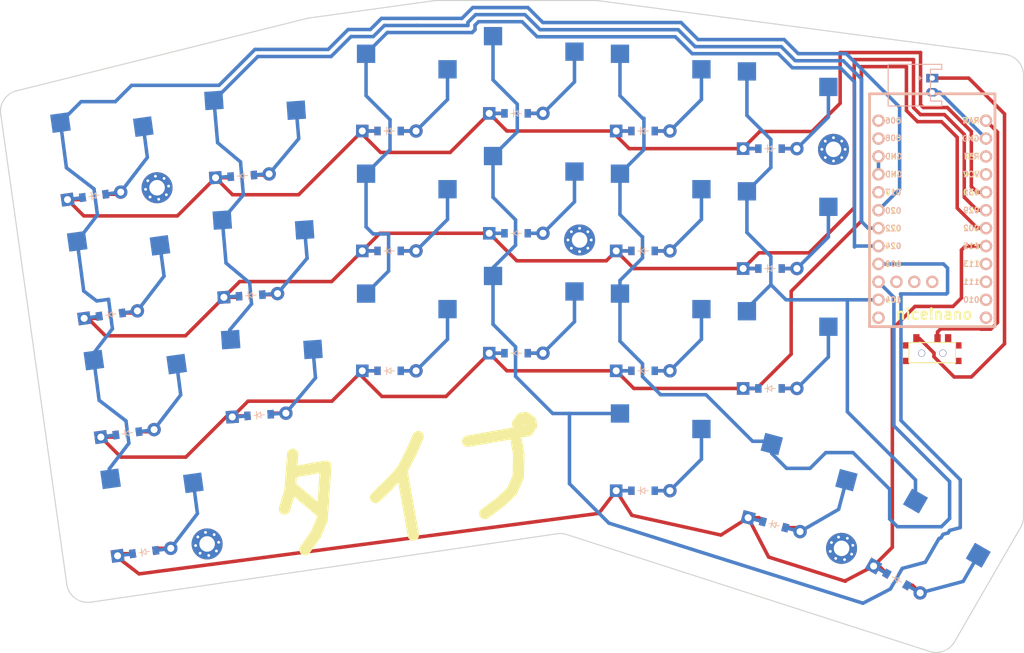
<source format=kicad_pcb>
(kicad_pcb (version 20241229) (generator "pcbnew") (generator_version "9.0")
  (title_block (title "left_pcb") (rev "v1.0.0") (company "Unknown"))
  (layers (0 "F.Cu" signal) (2 "B.Cu" signal) (13 "F.Paste" user) (15 "B.Paste" user) (5 "F.SilkS" user "F.Silkscreen") (7 "B.SilkS" user "B.Silkscreen") (1 "F.Mask" user) (3 "B.Mask" user) (25 "Edge.Cuts" user))
  (net 0 "")
  (net 1 "P020")
  (net 2 "outer_mod")
  (net 3 "outer_bottom")
  (net 4 "outer_home")
  (net 5 "outer_top")
  (net 6 "P022")
  (net 7 "pinky_bottom")
  (net 8 "pinky_home")
  (net 9 "pinky_top")
  (net 10 "P024")
  (net 11 "ring_bottom")
  (net 12 "ring_home")
  (net 13 "ring_top")
  (net 14 "P100")
  (net 15 "middle_bottom")
  (net 16 "middle_home")
  (net 17 "middle_top")
  (net 18 "index_mod")
  (net 19 "P011")
  (net 20 "index_bottom")
  (net 21 "index_home")
  (net 22 "index_top")
  (net 23 "P104")
  (net 24 "inner_bottom")
  (net 25 "inner_home")
  (net 26 "inner_top")
  (net 27 "layer_cluster")
  (net 28 "space_cluster")
  (net 29 "P115")
  (net 30 "P002")
  (net 31 "P029")
  (net 32 "P031")
  (net 33 "RAW")
  (net 34 "GND")
  (net 35 "RST")
  (net 36 "VCC")
  (net 37 "P113")
  (net 38 "P111")
  (net 39 "P010")
  (net 40 "P009")
  (net 41 "P006")
  (net 42 "P008")
  (net 43 "P017")
  (net 44 "P106")
  (net 45 "P101")
  (net 46 "P102")
  (net 47 "P107")
  (net 48 "pos")
  (footprint "E73:SPDT_C128955" (layer "F.Cu") (at 199.458336 125.028054 180)
    (property "Reference" "T1" (hide yes))
    (property "Value" "" (hide yes))
  )
  (footprint "ComboDiode" (layer "F.Cu") (at 82.990121 119.558831 8)
    (property "Reference" "D3" (hide yes))
    (property "Value" "" (hide yes))
  )
  (footprint "PG1350" (layer "F.Cu") (at 122.458333 105.528058)
    (property "Reference" "S9" (hide yes))
    (property "Value" "" (hide yes))
  )
  (footprint "ComboDiode" (layer "F.Cu") (at 122.458337 127.528055)
    (property "Reference" "D8" (hide yes))
    (property "Value" "" (hide yes))
  )
  (footprint "ComboDiode" (layer "F.Cu") (at 158.458336 144.528055)
    (property "Reference" "D14" (hide yes))
    (property "Value" "" (hide yes))
  )
  (footprint "ComboDiode" (layer "F.Cu") (at 140.458335 108.028054)
    (property "Reference" "D12" (hide yes))
    (property "Value" "" (hide yes))
  )
  (footprint "PG1350" (layer "F.Cu") (at 158.458339 88.528055)
    (property "Reference" "S17" (hide yes))
    (property "Value" "" (hide yes))
  )
  (footprint "PG1350" (layer "F.Cu") (at 196.943076 152.784878 -30)
    (property "Reference" "S22" (hide yes))
    (property "Value" "" (hide yes))
  )
  (footprint "ComboDiode" (layer "F.Cu") (at 85.356064 136.39339 8)
    (property "Reference" "D2" (hide yes))
    (property "Value" "" (hide yes))
  )
  (footprint "PG1350" (layer "F.Cu") (at 140.458337 86.028056)
    (property "Reference" "S13" (hide yes))
    (property "Value" "" (hide yes))
  )
  (footprint "ComboDiode" (layer "F.Cu") (at 122.458337 110.528054)
    (property "Reference" "D9" (hide yes))
    (property "Value" "" (hide yes))
  )
  (footprint "PG1350" (layer "F.Cu") (at 176.458336 91.028054)
    (property "Reference" "S20" (hide yes))
    (property "Value" "" (hide yes))
  )
  (footprint "MountingHole_2.2mm_M2_Pad_Via" (layer "F.Cu") (at 96.648333 152.074413 8)
    (property "Reference" "_4" (hide yes))
    (property "Value" "")
  )
  (footprint "ComboDiode" (layer "F.Cu") (at 176.458334 130.028053)
    (property "Reference" "D18" (hide yes))
    (property "Value" "" (hide yes))
  )
  (footprint "JST_PH_S2B-PH-K_02x2.00mm_Angled" (layer "F.Cu") (at 199.458337 87.028057 -90)
    (property "Reference" "JST1" (hide yes))
    (property "Value" "" (hide yes))
  )
  (footprint "ComboDiode" (layer "F.Cu") (at 87.722006 153.22795 8)
    (property "Reference" "D1" (hide yes))
    (property "Value" "" (hide yes))
  )
  (footprint "ComboDiode" (layer "F.Cu") (at 176.458336 113.028055)
    (property "Reference" "D19" (hide yes))
    (property "Value" "" (hide yes))
  )
  (footprint "PG1350" (layer "F.Cu") (at 122.458336 88.528057)
    (property "Reference" "S10" (hide yes))
    (property "Value" "" (hide yes))
  )
  (footprint "ComboDiode" (layer "F.Cu") (at 140.458333 125.028055)
    (property "Reference" "D11" (hide yes))
    (property "Value" "" (hide yes))
  )
  (footprint "ComboDiode" (layer "F.Cu") (at 102.828029 116.842134 4)
    (property "Reference" "D6" (hide yes))
    (property "Value" "" (hide yes))
  )
  (footprint "PG1350" (layer "F.Cu") (at 158.458332 139.528053)
    (property "Reference" "S14" (hide yes))
    (property "Value" "" (hide yes))
  )
  (footprint "ComboDiode" (layer "F.Cu") (at 194.443076 157.115005 -30)
    (property "Reference" "D22" (hide yes))
    (property "Value" "" (hide yes))
  )
  (footprint "ComboDiode" (layer "F.Cu") (at 158.458337 93.528052)
    (property "Reference" "D17" (hide yes))
    (property "Value" "" (hide yes))
  )
  (footprint "ComboDiode" (layer "F.Cu") (at 176.458334 96.02806)
    (property "Reference" "D20" (hide yes))
    (property "Value" "" (hide yes))
  )
  (footprint "PG1350" (layer "F.Cu") (at 101.293386 94.895727 4)
    (property "Reference" "S7" (hide yes))
    (property "Value" "" (hide yes))
  )
  (footprint "nice_nano" (layer "F.Cu") (at 199.458332 106.028056 -90)
    (property "Reference" "MCU1" (hide yes))
    (property "Value" "nice_nano" (hide yes))
  )
  (footprint "MountingHole_2.2mm_M2_Pad_Via" (layer "F.Cu") (at 149.458335 108.978058)
    (property "Reference" "_3" (hide yes))
    (property "Value" "")
  )
  (footprint "PG1350" (layer "F.Cu") (at 84.660193 131.442053 8)
    (property "Reference" "S2" (hide yes))
    (property "Value" "" (hide yes))
  )
  (footprint "MountingHole_2.2mm_M2_Pad_Via" (layer "F.Cu") (at 185.458336 96.128055)
    (property "Reference" "_2" (hide yes))
    (property "Value" "")
  )
  (footprint "MountingHole_2.2mm_M2_Pad_Via" (layer "F.Cu") (at 186.598848 152.701605 -30)
    (property "Reference" "_5" (hide yes))
    (property "Value" "")
  )
  (footprint "ComboDiode" (layer "F.Cu") (at 122.458335 93.528051)
    (property "Reference" "D10" (hide yes))
    (property "Value" "" (hide yes))
  )
  (footprint "ComboDiode" (layer "F.Cu") (at 177.034828 149.340646 -15)
    (property "Reference" "D21" (hide yes))
    (property "Value" "" (hide yes))
  )
  (footprint "ComboDiode" (layer "F.Cu") (at 158.458334 127.528057)
    (property "Reference" "D15" (hide yes))
    (property "Value" "" (hide yes))
  )
  (footprint "PG1350" (layer "F.Cu") (at 140.458335 103.028049)
    (property "Reference" "S12" (hide yes))
    (property "Value" "" (hide yes))
  )
  (footprint "PG1350" (layer "F.Cu") (at 158.458332 105.528056)
    (property "Reference" "S16" (hide yes))
    (property "Value" "" (hide yes))
  )
  (footprint "PG1350" (layer "F.Cu") (at 140.458334 120.028055)
    (property "Reference" "S11" (hide yes))
    (property "Value" "" (hide yes))
  )
  (footprint "ComboDiode" (layer "F.Cu") (at 104.013888 133.80072 4)
    (property "Reference" "D5" (hide yes))
    (property "Value" "" (hide yes))
  )
  (footprint "ComboDiode" (layer "F.Cu") (at 80.624179 102.724276 8)
    (property "Reference" "D4" (hide yes))
    (property "Value" "" (hide yes))
  )
  (footprint "PG1350" (layer "F.Cu") (at 79.928312 97.772936 8)
    (property "Reference" "S4" (hide yes))
    (property "Value" "" (hide yes))
  )
  (footprint "PG1350" (layer "F.Cu") (at 178.328924 144.511019 -15)
    (property "Reference" "S21" (hide yes))
    (property "Value" "" (hide yes))
  )
  (footprint "PG1350" (layer "F.Cu") (at 87.026139 148.276605 8)
    (property "Reference" "S1" (hide yes))
    (property "Value" "" (hide yes))
  )
  (footprint "PG1350" (layer "F.Cu") (at 82.294257 114.607496 8)
    (property "Reference" "S3" (hide yes))
    (property "Value" "" (hide yes))
  )
  (footprint "PG1350" (layer "F.Cu") (at 176.458338 108.028058)
    (property "Reference" "S19" (hide yes))
    (property "Value" "" (hide yes))
  )
  (footprint "PG1350" (layer "F.Cu") (at 102.479245 111.854317 4)
    (property "Reference" "S6" (hide yes))
    (property "Value" "" (hide yes))
  )
  (footprint "ComboDiode" (layer "F.Cu") (at 101.642168 99.883547 4)
    (property "Reference" "D7" (hide yes))
    (property "Value" "" (hide yes))
  )
  (footprint "ComboDiode" (layer "F.Cu") (at 140.458335 91.028054)
    (property "Reference" "D13" (hide yes))
    (property "Value" "" (hide yes))
  )
  (footprint "PG1350" (layer "F.Cu") (at 103.665106 128.812903 4)
    (property "Reference" "S5" (hide yes))
    (property "Value" "" (hide yes))
  )
  (footprint "PG1350" (layer "F.Cu") (at 176.458333 125.028056)
    (property "Reference" "S18" (hide yes))
    (property "Value" "" (hide yes))
  )
  (footprint "PG1350" (layer "F.Cu") (at 158.458333 122.528053)
    (property "Reference" "S15" (hide yes))
    (property "Value" "" (hide yes))
  )
  (footprint "ComboDiode" (layer "F.Cu") (at 158.458337 110.528052)
    (property "Reference" "D16" (hide yes))
    (property "Value" "" (hide yes))
  )
  (footprint "MountingHole_2.2mm_M2_Pad_Via" (layer "F.Cu") (at 89.550508 101.570742 8)
    (property "Reference" "_1" (hide yes))
    (property "Value" "")
  )
  (footprint "PG1350" (layer "F.Cu") (at 122.458333 122.528058)
    (property "Reference" "S8" (hide yes))
    (property "Value" "" (hide yes))
  )
  (gr_line (start 67.385302 91.155703) (end 76.748893 157.781097) (stroke (width 0.15)) (layer "Edge.Cuts"))
  (gr_line (start 110.803578 77.56662) (end 69.63067 87.827221) (stroke (width 0.15)) (layer "Edge.Cuts"))
  (gr_arc (start 110.803576 77.566621) (mid 110.959139 77.532213) (end 111.116309 77.506114) (stroke (width 0.15)) (layer "Edge.Cuts"))
  (gr_arc (start 80.155297 160.331786) (mid 77.921553 159.764972) (end 76.748893 157.781097) (stroke (width 0.15)) (layer "Edge.Cuts"))
  (gr_arc (start 128.752969 75.056578) (mid 128.958828 75.035194) (end 129.165671 75.028056) (stroke (width 0.15)) (layer "Edge.Cuts"))
  (gr_line (start 212.402368 148.20475) (end 212.402365 85.638535) (stroke (width 0.15)) (layer "Edge.Cuts"))
  (gr_line (start 147.622834 150.742047) (end 199.096128 167.318455) (stroke (width 0.15)) (layer "Edge.Cuts"))
  (gr_line (start 202.613809 165.962878) (end 212.000448 149.704747) (stroke (width 0.15)) (layer "Edge.Cuts"))
  (gr_line (start 128.752969 75.056578) (end 111.116309 77.506114) (stroke (width 0.15)) (layer "Edge.Cuts"))
  (gr_arc (start 209.795055 82.664345) (mid 211.65826 83.660916) (end 212.402365 85.638535) (stroke (width 0.15)) (layer "Edge.Cuts"))
  (gr_arc (start 202.613809 165.962878) (mid 201.094489 167.262217) (end 199.096128 167.318455) (stroke (width 0.15)) (layer "Edge.Cuts"))
  (gr_line (start 80.155297 160.331786) (end 146.267625 150.629421) (stroke (width 0.15)) (layer "Edge.Cuts"))
  (gr_arc (start 67.385304 91.155703) (mid 67.86909 89.060467) (end 69.63067 87.827221) (stroke (width 0.15)) (layer "Edge.Cuts"))
  (gr_line (start 151.761146 75.028058) (end 129.165671 75.028056) (stroke (width 0.15)) (layer "Edge.Cuts"))
  (gr_arc (start 212.402368 148.20475) (mid 212.300147 148.981205) (end 212.000448 149.704747) (stroke (width 0.15)) (layer "Edge.Cuts"))
  (gr_arc (start 146.267625 150.629421) (mid 146.951695 150.607935) (end 147.622834 150.742047) (stroke (width 0.15)) (layer "Edge.Cuts"))
  (gr_arc (start 151.761142 75.028054) (mid 151.95791 75.034514) (end 152.15383 75.053863) (stroke (width 0.15)) (layer "Edge.Cuts"))
  (gr_line (start 209.795055 82.664345) (end 152.15383 75.053863) (stroke (width 0.15)) (layer "Edge.Cuts"))
  (gr_text "タイプ" (at 105 156.2 10) (layer "F.SilkS") (effects (font (size 13 13) (thickness 1.625)) (justify left bottom)))
  (segment (start 85.945348 87.050156) (end 98.334202 87.050157) (width 0.5) (layer "B.Cu") (net 1))
  (segment (start 82.954931 142.840306) (end 82.769666 141.433046) (width 0.5) (layer "B.Cu") (net 1))
  (segment (start 75.857101 92.294131) (end 78.786971 89.364261) (width 0.5) (layer "B.Cu") (net 1))
  (segment (start 121.367876 77.56226) (end 132.765877 77.562261) (width 0.5) (layer "B.Cu") (net 1))
  (segment (start 103.421098 81.96326) (end 113.816616 81.963261) (width 0.5) (layer "B.Cu") (net 1))
  (segment (start 75.857101 92.336636) (end 75.857101 92.294131) (width 0.5) (layer "B.Cu") (net 1))
  (segment (start 80.475207 125.141507) (end 80.588985 126.005748) (width 0.5) (layer "B.Cu") (net 1))
  (segment (start 81.339975 131.710073) (end 80.588985 126.005748) (width 0.5) (layer "B.Cu") (net 1))
  (segment (start 85.558194 137.798958) (end 85.140514 134.626327) (width 0.5) (layer "B.Cu") (net 1))
  (segment (start 81.094832 105.428607) (end 78.223043 109.17119) (width 0.5) (layer "B.Cu") (net 1))
  (segment (start 83.219279 121.565364) (end 80.475207 125.141507) (width 0.5) (layer "B.Cu") (net 1))
  (segment (start 132.765877 77.562261) (end 134.303082 76.025056) (width 0.5) (layer "B.Cu") (net 1))
  (segment (start 113.816616 81.963261) (end 116.641485 79.138391) (width 0.5) (layer "B.Cu") (net 1))
  (segment (start 78.786971 89.364261) (end 83.631244 89.364259) (width 0.5) (layer "B.Cu") (net 1))
  (segment (start 180.4605 82.562261) (end 187.260501 82.562261) (width 0.5) (layer "B.Cu") (net 1))
  (segment (start 98.334202 87.050157) (end 103.421098 81.96326) (width 0.5) (layer "B.Cu") (net 1))
  (segment (start 178.4605 80.562261) (end 180.4605 82.562261) (width 0.5) (layer "B.Cu") (net 1))
  (segment (start 79.150328 116.214593) (end 80.985982 117.623144) (width 0.5) (layer "B.Cu") (net 1))
  (segment (start 166.2605 80.56226) (end 178.4605 80.562261) (width 0.5) (layer "B.Cu") (net 1))
  (segment (start 85.140514 134.626327) (end 81.339975 131.710073) (width 0.5) (layer "B.Cu") (net 1))
  (segment (start 78.223043 109.17119) (end 79.150328 116.214593) (width 0.5) (layer "B.Cu") (net 1))
  (segment (start 144.245871 78.147633) (end 163.845872 78.147633) (width 0.5) (layer "B.Cu") (net 1))
  (segment (start 194.831244 101.765144) (end 191.838333 104.758055) (width 0.5) (layer "B.Cu") (net 1))
  (segment (start 80.985982 117.623144) (end 82.671066 117.401294) (width 0.5) (layer "B.Cu") (net 1))
  (segment (start 163.845872 78.147633) (end 166.2605 80.56226) (width 0.5) (layer "B.Cu") (net 1))
  (segment (start 187.260501 82.562261) (end 194.831244 90.133004) (width 0.5) (layer "B.Cu") (net 1))
  (segment (start 119.791747 79.138391) (end 121.367876 77.56226) (width 0.5) (layer "B.Cu") (net 1))
  (segment (start 75.857101 92.336632) (end 76.699721 98.736959) (width 0.5) (layer "B.Cu") (net 1))
  (segment (start 194.831244 90.133004) (end 194.831244 101.765144) (width 0.5) (layer "B.Cu") (net 1))
  (segment (start 82.671066 117.401294) (end 83.219279 121.565364) (width 0.5) (layer "B.Cu") (net 1))
  (segment (start 83.631244 89.364259) (end 85.945348 87.050156) (width 0.5) (layer "B.Cu") (net 1))
  (segment (start 80.608753 101.736465) (end 81.094832 105.428607) (width 0.5) (layer "B.Cu") (net 1))
  (segment (start 82.769666 141.433046) (end 85.558194 137.798958) (width 0.5) (layer "B.Cu") (net 1))
  (segment (start 116.641485 79.138391) (end 119.791747 79.138391) (width 0.5) (layer "B.Cu") (net 1))
  (segment (start 134.303082 76.025056) (end 142.123298 76.025057) (width 0.5) (layer "B.Cu") (net 1))
  (segment (start 76.699721 98.736959) (end 80.608753 101.736465) (width 0.5) (layer "B.Cu") (net 1))
  (segment (start 142.123298 76.025057) (end 144.245871 78.147633) (width 0.5) (layer "B.Cu") (net 1))
  (segment (start 89.656564 152.6977) (end 89.355948 152.998317) (width 0.5) (layer "F.Cu") (net 2))
  (segment (start 91.494926 152.697701) (end 89.656564 152.6977) (width 0.5) (layer "F.Cu") (net 2))
  (segment (start 95.273047 147.773957) (end 91.494925 152.697698) (width 0.5) (layer "B.Cu") (net 2))
  (segment (start 91.478696 152.71885) (end 91.494925 152.697698) (width 0.5) (layer "B.Cu") (net 2))
  (segment (start 89.355947 152.998316) (end 91.478696 152.71885) (width 0.5) (layer "B.Cu") (net 2))
  (segment (start 94.698708 143.411444) (end 95.273047 147.773957) (width 0.5) (layer "B.Cu") (net 2))
  (segment (start 88.828369 136.163756) (end 89.128984 135.863139) (width 0.5) (layer "F.Cu") (net 3))
  (segment (start 86.990007 136.163755) (end 88.828369 136.163756) (width 0.5) (layer "F.Cu") (net 3))
  (segment (start 89.11275 135.884289) (end 89.128982 135.863138) (width 0.5) (layer "B.Cu") (net 3))
  (segment (start 92.332764 126.576888) (end 92.907098 130.939396) (width 0.5) (layer "B.Cu") (net 3))
  (segment (start 92.907098 130.939396) (end 89.128982 135.863138) (width 0.5) (layer "B.Cu") (net 3))
  (segment (start 86.990003 136.163755) (end 89.11275 135.884289) (width 0.5) (layer "B.Cu") (net 3))
  (segment (start 86.462426 119.329197) (end 86.763041 119.028582) (width 0.5) (layer "F.Cu") (net 4))
  (segment (start 84.624063 119.329197) (end 86.462426 119.329197) (width 0.5) (layer "F.Cu") (net 4))
  (segment (start 84.624059 119.329199) (end 86.746814 119.049739) (width 0.5) (layer "B.Cu") (net 4))
  (segment (start 90.541161 114.104844) (end 86.763041 119.028582) (width 0.5) (layer "B.Cu") (net 4))
  (segment (start 89.966827 109.742332) (end 90.541161 114.104844) (width 0.5) (layer "B.Cu") (net 4))
  (segment (start 86.746814 119.049739) (end 86.763041 119.028582) (width 0.5) (layer "B.Cu") (net 4))
  (segment (start 84.096484 102.494643) (end 84.397099 102.194025) (width 0.5) (layer "F.Cu") (net 5))
  (segment (start 82.25812 102.494643) (end 84.096484 102.494643) (width 0.5) (layer "F.Cu") (net 5))
  (segment (start 88.175217 97.270287) (end 84.397096 102.194027) (width 0.5) (layer "B.Cu") (net 5))
  (segment (start 84.397096 102.194027) (end 82.274347 102.473492) (width 0.5) (layer "B.Cu") (net 5))
  (segment (start 82.274347 102.473492) (end 82.258119 102.494641) (width 0.5) (layer "B.Cu") (net 5))
  (segment (start 87.600879 92.907773) (end 88.175217 97.270287) (width 0.5) (layer "B.Cu") (net 5))
  (segment (start 126.431244 78.563259) (end 133.630244 78.563259) (width 0.5) (layer "B.Cu") (net 6))
  (segment (start 99.331243 112.251706) (end 102.680395 115.061973) (width 0.5) (layer "B.Cu") (net 6))
  (segment (start 97.611312 89.188673) (end 103.835725 82.96426) (width 0.5) (layer "B.Cu") (net 6))
  (segment (start 189.432244 86.149633) (end 189.432243 106.365261) (width 0.5) (layer "B.Cu") (net 6))
  (segment (start 114.231243 82.96426) (end 117.056114 80.139391) (width 0.5) (layer "B.Cu") (net 6))
  (segment (start 178.045872 81.563259) (end 180.045871 83.563261) (width 0.5) (layer "B.Cu") (net 6))
  (segment (start 98.136151 95.187619) (end 97.611312 89.188672) (width 0.5) (layer "B.Cu") (net 6))
  (segment (start 134.71771 77.026057) (end 141.631243 77.026057) (width 0.5) (layer "B.Cu") (net 6))
  (segment (start 102.680395 115.061973) (end 102.941857 118.050558) (width 0.5) (layer "B.Cu") (net 6))
  (segment (start 98.79717 106.147258) (end 99.331243 112.251706) (width 0.5) (layer "B.Cu") (net 6))
  (segment (start 189.432243 106.365261) (end 190.365039 107.298055) (width 0.5) (layer "B.Cu") (net 6))
  (segment (start 98.79717 106.147258) (end 101.789251 102.581439) (width 0.5) (layer "B.Cu") (net 6))
  (segment (start 120.206374 80.139391) (end 121.782505 78.56326) (width 0.5) (layer "B.Cu") (net 6))
  (segment (start 121.782505 78.56326) (end 126.431244 78.563259) (width 0.5) (layer "B.Cu") (net 6))
  (segment (start 186.845871 83.563259) (end 189.432244 86.149633) (width 0.5) (layer "B.Cu") (net 6))
  (segment (start 133.630244 78.563259) (end 133.630244 78.113521) (width 0.5) (layer "B.Cu") (net 6))
  (segment (start 141.708668 77.026056) (end 143.845872 79.163261) (width 0.5) (layer "B.Cu") (net 6))
  (segment (start 163.445872 79.16326) (end 165.845871 81.563261) (width 0.5) (layer "B.Cu") (net 6))
  (segment (start 103.835725 82.96426) (end 114.231243 82.96426) (width 0.5) (layer "B.Cu") (net 6))
  (segment (start 190.365039 107.298055) (end 191.838332 107.298054) (width 0.5) (layer "B.Cu") (net 6))
  (segment (start 102.941857 118.050558) (end 99.861885 121.721131) (width 0.5) (layer "B.Cu") (net 6))
  (segment (start 99.861885 121.721131) (end 99.983032 123.105848) (width 0.5) (layer "B.Cu") (net 6))
  (segment (start 165.845871 81.563261) (end 178.045872 81.563259) (width 0.5) (layer "B.Cu") (net 6))
  (segment (start 180.045871 83.563261) (end 186.845871 83.563259) (width 0.5) (layer "B.Cu") (net 6))
  (segment (start 101.789251 102.581439) (end 101.380553 97.909998) (width 0.5) (layer "B.Cu") (net 6))
  (segment (start 133.630244 78.113521) (end 134.71771 77.026057) (width 0.5) (layer "B.Cu") (net 6))
  (segment (start 117.056114 80.139391) (end 120.206374 80.139391) (width 0.5) (layer "B.Cu") (net 6))
  (segment (start 101.380553 97.909998) (end 98.136151 95.187619) (width 0.5) (layer "B.Cu") (net 6))
  (segment (start 143.845872 79.163261) (end 163.445872 79.16326) (width 0.5) (layer "B.Cu") (net 6))
  (segment (start 105.810546 133.534947) (end 105.659869 133.685623) (width 0.5) (layer "F.Cu") (net 7))
  (segment (start 107.814607 133.534949) (end 105.810546 133.534947) (width 0.5) (layer "F.Cu") (net 7))
  (segment (start 112.011664 128.533093) (end 107.814607 133.534952) (width 0.5) (layer "B.Cu") (net 7))
  (segment (start 105.65987 133.685624) (end 107.773766 133.500678) (width 0.5) (layer "B.Cu") (net 7))
  (segment (start 111.658359 124.494803) (end 112.011664 128.533093) (width 0.5) (layer "B.Cu") (net 7))
  (segment (start 107.773766 133.500678) (end 107.814607 133.534952) (width 0.5) (layer "B.Cu") (net 7))
  (segment (start 106.478072 116.727039) (end 106.628748 116.576361) (width 0.5) (layer "F.Cu") (net 8))
  (segment (start 104.474009 116.727038) (end 106.478072 116.727039) (width 0.5) (layer "F.Cu") (net 8))
  (segment (start 110.825803 111.574498) (end 106.628745 116.57636) (width 0.5) (layer "B.Cu") (net 8))
  (segment (start 104.474008 116.727038) (end 106.587909 116.542095) (width 0.5) (layer "B.Cu") (net 8))
  (segment (start 110.4725 107.536215) (end 110.825803 111.574498) (width 0.5) (layer "B.Cu") (net 8))
  (segment (start 106.587909 116.542095) (end 106.628745 116.57636) (width 0.5) (layer "B.Cu") (net 8))
  (segment (start 103.28815 99.768452) (end 105.292212 99.768452) (width 0.5) (layer "F.Cu") (net 9))
  (segment (start 105.292212 99.768452) (end 105.442888 99.617775) (width 0.5) (layer "F.Cu") (net 9))
  (segment (start 103.288146 99.76845) (end 105.402044 99.583507) (width 0.5) (layer "B.Cu") (net 9))
  (segment (start 105.442889 99.617776) (end 109.639945 94.615915) (width 0.5) (layer "B.Cu") (net 9))
  (segment (start 109.639945 94.615915) (end 109.286642 90.577622) (width 0.5) (layer "B.Cu") (net 9))
  (segment (start 105.402044 99.583507) (end 105.442889 99.617776) (width 0.5) (layer "B.Cu") (net 9))
  (segment (start 177.631243 82.564261) (end 179.631244 84.56426) (width 0.5) (layer "B.Cu") (net 10))
  (segment (start 122.197132 79.564261) (end 134.231244 79.56426) (width 0.5) (layer "B.Cu") (net 10))
  (segment (start 119.183333 88.524046) (end 122.57865 91.919356) (width 0.5) (layer "B.Cu") (net 10))
  (segment (start 122.378647 113.382741) (end 119.183334 116.578052) (width 0.5) (layer "B.Cu") (net 10))
  (segment (start 134.231244 79.56426) (end 134.631244 79.16426) (width 0.5) (layer "B.Cu") (net 10))
  (segment (start 120.178648 108.119358) (end 122.378646 108.11936) (width 0.5) (layer "B.Cu") (net 10))
  (segment (start 188.557449 109.838056) (end 191.838333 109.838058) (width 0.5) (layer "B.Cu") (net 10))
  (segment (start 141.294039 78.027056) (end 143.431244 80.16426) (width 0.5) (layer "B.Cu") (net 10))
  (segment (start 188.431244 109.96426) (end 188.557449 109.838056) (width 0.5) (layer "B.Cu") (net 10))
  (segment (start 119.183335 99.578053) (end 119.183334 107.124042) (width 0.5) (layer "B.Cu") (net 10))
  (segment (start 135.132338 78.027057) (end 141.294039 78.027056) (width 0.5) (layer "B.Cu") (net 10))
  (segment (start 122.578648 96.182744) (end 119.183335 99.578053) (width 0.5) (layer "B.Cu") (net 10))
  (segment (start 122.57865 91.919356) (end 122.578648 96.182744) (width 0.5) (layer "B.Cu") (net 10))
  (segment (start 119.183334 107.124042) (end 120.178648 108.119358) (width 0.5) (layer "B.Cu") (net 10))
  (segment (start 134.631243 78.528151) (end 135.132338 78.027057) (width 0.5) (layer "B.Cu") (net 10))
  (segment (start 186.431244 84.56426) (end 188.431244 86.564261) (width 0.5) (layer "B.Cu") (net 10))
  (segment (start 179.631244 84.56426) (end 186.431244 84.56426) (width 0.5) (layer "B.Cu") (net 10))
  (segment (start 165.431244 82.56426) (end 177.631243 82.564261) (width 0.5) (layer "B.Cu") (net 10))
  (segment (start 119.183333 82.57806) (end 119.183333 88.524046) (width 0.5) (layer "B.Cu") (net 10))
  (segment (start 188.431244 86.564261) (end 188.431244 109.96426) (width 0.5) (layer "B.Cu") (net 10))
  (segment (start 119.183336 82.578058) (end 122.197132 79.564261) (width 0.5) (layer "B.Cu") (net 10))
  (segment (start 134.631244 79.16426) (end 134.631243 78.528151) (width 0.5) (layer "B.Cu") (net 10))
  (segment (start 143.431244 80.16426) (end 163.031243 80.16426) (width 0.5) (layer "B.Cu") (net 10))
  (segment (start 163.031243 80.16426) (end 165.431244 82.56426) (width 0.5) (layer "B.Cu") (net 10))
  (segment (start 122.378646 108.11936) (end 122.378647 113.382741) (width 0.5) (layer "B.Cu") (net 10))
  (segment (start 124.108337 127.528055) (end 126.268337 127.528055) (width 0.5) (layer "F.Cu") (net 11))
  (segment (start 130.733331 118.778053) (end 130.73333 123.06306) (width 0.5) (layer "B.Cu") (net 11))
  (segment (start 130.73333 123.06306) (end 126.268335 127.528062) (width 0.5) (layer "B.Cu") (net 11))
  (segment (start 124.108334 127.528055) (end 126.268335 127.528062) (width 0.5) (layer "B.Cu") (net 11))
  (segment (start 124.108337 110.528053) (end 126.268337 110.528053) (width 0.5) (layer "F.Cu") (net 12))
  (segment (start 130.733333 101.778051) (end 130.733335 106.063055) (width 0.5) (layer "B.Cu") (net 12))
  (segment (start 130.733335 106.063055) (end 126.268336 110.528056) (width 0.5) (layer "B.Cu") (net 12))
  (segment (start 124.108335 110.528053) (end 126.268336 110.528056) (width 0.5) (layer "B.Cu") (net 12))
  (segment (start 124.108334 93.528053) (end 126.268335 93.528053) (width 0.5) (layer "F.Cu") (net 13))
  (segment (start 130.733335 89.063052) (end 126.268337 93.528052) (width 0.5) (layer "B.Cu") (net 13))
  (segment (start 124.108331 93.528055) (end 126.268337 93.528052) (width 0.5) (layer "B.Cu") (net 13))
  (segment (start 130.733336 84.778058) (end 130.733335 89.063052) (width 0.5) (layer "B.Cu") (net 13))
  (segment (start 193.520702 158.46123) (end 195.204787 155.544304) (width 0.5) (layer "B.Cu") (net 14))
  (segment (start 137.183337 86.287708) (end 140.621892 89.726264) (width 0.5) (layer "B.Cu") (net 14))
  (segment (start 201.919655 150.163189) (end 203.431243 149.758161) (width 0.5) (layer "B.Cu") (net 14))
  (segment (start 201.719656 150.5096) (end 201.919655 150.163189) (width 0.5) (layer "B.Cu") (net 14))
  (segment (start 148.021892 133.578054) (end 155.183331 133.578056) (width 0.5) (layer "B.Cu") (net 14))
  (segment (start 140.378646 109.71936) (end 140.378646 106.119357) (width 0.5) (layer "B.Cu") (net 14))
  (segment (start 137.183338 114.078059) (end 137.183334 120.924046) (width 0.5) (layer "B.Cu") (net 14))
  (segment (start 137.183335 80.078054) (end 137.183337 86.287708) (width 0.5) (layer "B.Cu") (net 14))
  (segment (start 201.631244 112.964262) (end 201.045039 112.378055) (width 0.5) (layer "B.Cu") (net 14))
  (segment (start 201.045039 112.378055) (end 191.838332 112.378055) (width 0.5) (layer "B.Cu") (net 14))
  (segment (start 140.62189 93.639494) (end 137.183339 97.07805) (width 0.5) (layer "B.Cu") (net 14))
  (segment (start 203.431245 142.972613) (end 195.022892 134.564259) (width 0.5) (layer "B.Cu") (net 14))
  (segment (start 195.022892 134.564259) (end 195.022891 116.686987) (width 0.5) (layer "B.Cu") (net 14))
  (segment (start 200.420986 151.296805) (end 200.694193 151.223604) (width 0.5) (layer "B.Cu") (net 14))
  (segment (start 189.638402 160.482224) (end 193.520702 158.46123) (width 0.5) (layer "B.Cu") (net 14))
  (segment (start 201.631243 116.463794) (end 201.631244 112.964262) (width 0.5) (layer "B.Cu") (net 14))
  (segment (start 145.637344 133.578057) (end 148.021892 133.578054) (width 0.5) (layer "B.Cu") (net 14))
  (segment (start 137.183334 102.924046) (end 137.183334 97.078054) (width 0.5) (layer "B.Cu") (net 14))
  (segment (start 148.021892 133.578054) (end 148.021892 143.526264) (width 0.5) (layer "B.Cu") (net 14))
  (segment (start 137.183337 112.914669) (end 140.378646 109.71936) (width 0.5) (layer "B.Cu") (net 14))
  (segment (start 137.183334 120.924046) (end 140.378647 124.119354) (width 0.5) (layer "B.Cu") (net 14))
  (segment (start 203.431243 149.758161) (end 203.431245 142.972613) (width 0.5) (layer "B.Cu") (net 14))
  (segment (start 140.378647 124.119354) (end 140.378647 128.319362) (width 0.5) (layer "B.Cu") (net 14))
  (segment (start 153.621894 149.126262) (end 189.638402 160.482224) (width 0.5) (layer "B.Cu") (net 14))
  (segment (start 137.183338 114.078059) (end 137.183337 112.914669) (width 0.5) (layer "B.Cu") (net 14))
  (segment (start 198.474524 154.668183) (end 200.420986 151.296805) (width 0.5) (layer "B.Cu") (net 14))
  (segment (start 194.965704 116.629799) (end 201.465239 116.629799) (width 0.5) (layer "B.Cu") (net 14))
  (segment (start 200.694193 151.223604) (end 200.994193 150.703987) (width 0.5) (layer "B.Cu") (net 14))
  (segment (start 140.621892 89.726264) (end 140.62189 93.639494) (width 0.5) (layer "B.Cu") (net 14))
  (segment (start 140.378647 128.319362) (end 145.637344 133.578057) (width 0.5) (layer "B.Cu") (net 14))
  (segment (start 201.465239 116.629799) (end 201.631243 116.463794) (width 0.5) (layer "B.Cu") (net 14))
  (segment (start 195.204787 155.544304) (end 198.474524 154.668183) (width 0.5) (layer "B.Cu") (net 14))
  (segment (start 148.021892 143.526264) (end 153.621894 149.126262) (width 0.5) (layer "B.Cu") (net 14))
  (segment (start 195.022891 116.686987) (end 194.965704 116.629799) (width 0.5) (layer "B.Cu") (net 14))
  (segment (start 140.378646 106.119357) (end 137.183334 102.924046) (width 0.5) (layer "B.Cu") (net 14))
  (segment (start 200.994193 150.703987) (end 201.719656 150.5096) (width 0.5) (layer "B.Cu") (net 14))
  (segment (start 142.108335 125.028055) (end 144.268333 125.028056) (width 0.5) (layer "F.Cu") (net 15))
  (segment (start 144.268333 125.028056) (end 142.108337 125.028055) (width 0.5) (layer "B.Cu") (net 15))
  (segment (start 148.733337 120.563054) (end 144.268333 125.028056) (width 0.5) (layer "B.Cu") (net 15))
  (segment (start 148.733336 116.278058) (end 148.733337 120.563054) (width 0.5) (layer "B.Cu") (net 15))
  (segment (start 144.268333 108.028054) (end 142.108335 108.028054) (width 0.5) (layer "F.Cu") (net 16))
  (segment (start 142.108334 108.028055) (end 144.268334 108.028054) (width 0.5) (layer "B.Cu") (net 16))
  (segment (start 148.733333 103.563055) (end 144.268334 108.028054) (width 0.5) (layer "B.Cu") (net 16))
  (segment (start 148.733334 99.278058) (end 148.733333 103.563055) (width 0.5) (layer "B.Cu") (net 16))
  (segment (start 144.268335 91.028052) (end 142.108335 91.028054) (width 0.5) (layer "F.Cu") (net 17))
  (segment (start 148.733334 86.563056) (end 144.268337 91.028053) (width 0.5) (layer "B.Cu") (net 17))
  (segment (start 148.733335 82.278053) (end 148.733334 86.563056) (width 0.5) (layer "B.Cu") (net 17))
  (segment (start 142.108337 91.028057) (end 144.268337 91.028053) (width 0.5) (layer "B.Cu") (net 17))
  (segment (start 162.268336 144.528056) (end 160.108336 144.528055) (width 0.5) (layer "F.Cu") (net 18))
  (segment (start 166.733332 135.778055) (end 166.733334 140.063057) (width 0.5) (layer "B.Cu") (net 18))
  (segment (start 166.733334 140.063057) (end 162.268335 144.528054) (width 0.5) (layer "B.Cu") (net 18))
  (segment (start 162.268335 144.528054) (end 160.108335 144.528057) (width 0.5) (layer "B.Cu") (net 18))
  (segment (start 158.578648 91.71936) (end 158.578643 96.18274) (width 0.5) (layer "B.Cu") (net 19))
  (segment (start 194.528656 149.633027) (end 200.746917 149.633026) (width 0.5) (layer "B.Cu") (net 19))
  (segment (start 158.316445 108.519358) (end 155.183337 105.386243) (width 0.5) (layer "B.Cu") (net 19))
  (segment (start 178.797553 141.354053) (end 182.128124 141.35405) (width 0.5) (layer "B.Cu") (net 19))
  (segment (start 182.128124 141.35405) (end 184.355912 139.126263) (width 0.5) (layer "B.Cu") (net 19))
  (segment (start 200.746917 149.633026) (end 201.919074 148.460869) (width 0.5) (layer "B.Cu") (net 19))
  (segment (start 158.378648 91.719362) (end 158.578648 91.71936) (width 0.5) (layer "B.Cu") (net 19))
  (segment (start 188.221892 139.126264) (end 193.421893 144.32626) (width 0.5) (layer "B.Cu") (net 19))
  (segment (start 167.378648 130.919356) (end 173.978645 137.519362) (width 0.5) (layer "B.Cu") (net 19))
  (segment (start 155.183332 114.714675) (end 158.378647 111.519358) (width 0.5) (layer "B.Cu") (net 19))
  (segment (start 184.355912 139.126263) (end 188.221892 139.126264) (width 0.5) (layer "B.Cu") (net 19))
  (segment (start 155.183337 105.386243) (end 155.183337 99.578053) (width 0.5) (layer "B.Cu") (net 19))
  (segment (start 155.183331 116.578055) (end 155.183332 114.714675) (width 0.5) (layer "B.Cu") (net 19))
  (segment (start 158.378648 128.350367) (end 160.947638 130.919359) (width 0.5) (layer "B.Cu") (net 19))
  (segment (start 201.919074 148.460869) (end 201.919076 143.223447) (width 0.5) (layer "B.Cu") (net 19))
  (segment (start 158.578643 96.18274) (end 155.183337 99.578053) (width 0.5) (layer "B.Cu") (net 19))
  (segment (start 155.183333 82.57806) (end 155.183337 88.524043) (width 0.5) (layer "B.Cu") (net 19))
  (segment (start 176.70549 137.916127) (end 176.705491 139.261989) (width 0.5) (layer "B.Cu") (net 19))
  (segment (start 194.021892 135.326262) (end 194.021891 117.101615) (width 0.5) (layer "B.Cu") (net 19))
  (segment (start 160.947638 130.919359) (end 167.378648 130.919356) (width 0.5) (layer "B.Cu") (net 19))
  (segment (start 201.919076 143.223447) (end 194.021892 135.326262) (width 0.5) (layer "B.Cu") (net 19))
  (segment (start 158.378647 111.519358) (end 158.378648 108.51936) (width 0.5) (layer "B.Cu") (net 19))
  (segment (start 155.183331 123.324042) (end 158.378645 126.519359) (width 0.5) (layer "B.Cu") (net 19))
  (segment (start 176.30872 137.519357) (end 176.70549 137.916127) (width 0.5) (layer "B.Cu") (net 19))
  (segment (start 155.183337 88.524043) (end 158.378648 91.719362) (width 0.5) (layer "B.Cu") (net 19))
  (segment (start 194.021891 117.101615) (end 191.838333 114.91806) (width 0.5) (layer "B.Cu") (net 19))
  (segment (start 158.378645 126.519359) (end 158.378648 128.350367) (width 0.5) (layer "B.Cu") (net 19))
  (segment (start 176.705491 139.261989) (end 178.797553 141.354053) (width 0.5) (layer "B.Cu") (net 19))
  (segment (start 158.378648 108.51936) (end 158.316445 108.519358) (width 0.5) (layer "B.Cu") (net 19))
  (segment (start 155.183331 116.578055) (end 155.183331 123.324042) (width 0.5) (layer "B.Cu") (net 19))
  (segment (start 193.421893 144.32626) (end 193.421892 148.526265) (width 0.5) (layer "B.Cu") (net 19))
  (segment (start 193.421892 148.526265) (end 194.528656 149.633027) (width 0.5) (layer "B.Cu") (net 19))
  (segment (start 173.978645 137.519362) (end 176.30872 137.519357) (width 0.5) (layer "B.Cu") (net 19))
  (segment (start 160.108335 127.528056) (end 162.268334 127.528056) (width 0.5) (layer "F.Cu") (net 20))
  (segment (start 166.733333 123.063057) (end 162.268338 127.528054) (width 0.5) (layer "B.Cu") (net 20))
  (segment (start 166.733332 118.77805) (end 166.733333 123.063057) (width 0.5) (layer "B.Cu") (net 20))
  (segment (start 160.108335 127.528056) (end 162.268338 127.528054) (width 0.5) (layer "B.Cu") (net 20))
  (segment (start 162.268337 110.528053) (end 160.108337 110.528052) (width 0.5) (layer "F.Cu") (net 21))
  (segment (start 166.733333 106.063056) (end 162.268337 110.528053) (width 0.5) (layer "B.Cu") (net 21))
  (segment (start 162.268337 110.528053) (end 160.108337 110.528052) (width 0.5) (layer "B.Cu") (net 21))
  (segment (start 166.733333 101.778056) (end 166.733333 106.063056) (width 0.5) (layer "B.Cu") (net 21))
  (segment (start 162.268337 93.528054) (end 160.108336 93.528054) (width 0.5) (layer "F.Cu") (net 22))
  (segment (start 166.733337 89.063055) (end 162.268337 93.528054) (width 0.5) (layer "B.Cu") (net 22))
  (segment (start 160.108333 93.528055) (end 162.268337 93.528054) (width 0.5) (layer "B.Cu") (net 22))
  (segment (start 166.733335 84.778059) (end 166.733337 89.063055) (width 0.5) (layer "B.Cu") (net 22))
  (segment (start 176.578648 115.319356) (end 178.717347 117.458057) (width 0.5) (layer "B.Cu") (net 23))
  (segment (start 173.183336 91.324045) (end 176.578648 94.719357) (width 0.5) (layer "B.Cu") (net 23))
  (segment (start 176.578648 98.719359) (end 176.542035 98.719355) (width 0.5) (layer "B.Cu") (net 23))
  (segment (start 173.183338 107.924047) (end 176.578646 111.319361) (width 0.5) (layer "B.Cu") (net 23))
  (segment (start 173.183335 102.078057) (end 173.183338 107.924047) (width 0.5) (layer "B.Cu") (net 23))
  (segment (start 178.717347 117.458057) (end 187.421892 117.458056) (width 0.5) (layer "B.Cu") (net 23))
  (segment (start 197.081843 142.986215) (end 187.421892 133.326263) (width 0.5) (layer "B.Cu") (net 23))
  (segment (start 197.081842 145.994526) (end 197.081843 142.986215) (width 0.5) (layer "B.Cu") (net 23))
  (segment (start 187.421892 133.326263) (end 187.421892 117.458056) (width 0.5) (layer "B.Cu") (net 23))
  (segment (start 173.183332 118.714671) (end 173.183334 119.078059) (width 0.5) (layer "B.Cu") (net 23))
  (segment (start 187.421892 117.458056) (end 191.838332 117.458056) (width 0.5) (layer "B.Cu") (net 23))
  (segment (start 173.183337 85.078053) (end 173.183336 91.324045) (width 0.5) (layer "B.Cu") (net 23))
  (segment (start 176.542035 98.719355) (end 173.183335 102.078057) (width 0.5) (layer "B.Cu") (net 23))
  (segment (start 176.578648 115.319356) (end 173.183332 118.714671) (width 0.5) (layer "B.Cu") (net 23))
  (segment (start 176.578646 111.319361) (end 176.578648 115.319356) (width 0.5) (layer "B.Cu") (net 23))
  (segment (start 176.578648 94.719357) (end 176.578648 98.719359) (width 0.5) (layer "B.Cu") (net 23))
  (segment (start 180.268333 130.028054) (end 178.108334 130.028054) (width 0.5) (layer "F.Cu") (net 24))
  (segment (start 184.733335 121.278058) (end 184.733336 125.563055) (width 0.5) (layer "B.Cu") (net 24))
  (segment (start 184.733336 125.563055) (end 180.268333 130.028052) (width 0.5) (layer "B.Cu") (net 24))
  (segment (start 178.108339 130.028053) (end 180.268333 130.028052) (width 0.5) (layer "B.Cu") (net 24))
  (segment (start 180.268335 113.028055) (end 178.108336 113.028055) (width 0.5) (layer "F.Cu") (net 25))
  (segment (start 184.733336 104.278052) (end 184.733333 108.563055) (width 0.5) (layer "B.Cu") (net 25))
  (segment (start 184.733333 108.563055) (end 180.268333 113.028052) (width 0.5) (layer "B.Cu") (net 25))
  (segment (start 178.108334 113.028055) (end 180.268333 113.028052) (width 0.5) (layer "B.Cu") (net 25))
  (segment (start 180.268334 96.028059) (end 178.108334 96.02806) (width 0.5) (layer "F.Cu") (net 26))
  (segment (start 178.108334 96.028056) (end 180.268331 96.028054) (width 0.5) (layer "B.Cu") (net 26))
  (segment (start 184.733334 87.278051) (end 184.733334 91.563058) (width 0.5) (layer "B.Cu") (net 26))
  (segment (start 184.733334 91.563058) (end 180.268331 96.028054) (width 0.5) (layer "B.Cu") (net 26))
  (segment (start 178.628605 149.767697) (end 180.155955 149.767697) (width 0.5) (layer "F.Cu") (net 27))
  (segment (start 180.155955 149.767697) (end 180.715004 150.326748) (width 0.5) (layer "F.Cu") (net 27))
  (segment (start 187.292534 143.030525) (end 186.183491 147.169521) (width 0.5) (layer "B.Cu") (net 27))
  (segment (start 186.183491 147.169521) (end 180.715007 150.326752) (width 0.5) (layer "B.Cu") (net 27))
  (segment (start 178.628605 149.767698) (end 180.715007 150.326752) (width 0.5) (layer "B.Cu") (net 27))
  (segment (start 195.872018 157.940004) (end 196.662634 157.940005) (width 0.5) (layer "F.Cu") (net 28))
  (segment (start 196.662634 157.940005) (end 197.742634 159.020005) (width 0.5) (layer "F.Cu") (net 28))
  (segment (start 197.742633 159.020004) (end 195.872017 157.940002) (width 0.5) (layer "B.Cu") (net 28))
  (segment (start 195.872017 157.940002) (end 195.872013 157.940004) (width 0.5) (layer "B.Cu") (net 28))
  (segment (start 205.984437 153.674782) (end 203.84194 157.385698) (width 0.5) (layer "B.Cu") (net 28))
  (segment (start 203.84194 157.385698) (end 197.742633 159.020004) (width 0.5) (layer "B.Cu") (net 28))
  (segment (start 191.14352 155.210003) (end 191.934135 155.210005) (width 0.5) (layer "F.Cu") (net 29))
  (segment (start 191.143519 155.210005) (end 193.8 152.553524) (width 0.5) (layer "F.Cu") (net 29))
  (segment (start 86.088064 153.457585) (end 84.249701 153.457584) (width 0.5) (layer "F.Cu") (net 29))
  (segment (start 156.870136 148.01558) (end 169.493801 150.814179) (width 0.5) (layer "F.Cu") (net 29))
  (segment (start 156.808334 144.528054) (end 154.648336 144.528055) (width 0.5) (layer "F.Cu") (net 29))
  (segment (start 83.949085 153.7582) (end 83.981481 154.004268) (width 0.5) (layer "F.Cu") (net 29))
  (segment (start 187.158128 157.284669) (end 191.143517 155.210007) (width 0.5) (layer "F.Cu") (net 29))
  (segment (start 197 118.4) (end 202.4 118.4) (width 0.5) (layer "F.Cu") (net 29))
  (segment (start 191.934135 155.210005) (end 193.014134 156.290005) (width 0.5) (layer "F.Cu") (net 29))
  (segment (start 173.354651 148.354547) (end 176.25964 153.934976) (width 0.5) (layer "F.Cu") (net 29))
  (segment (start 173.354651 148.354545) (end 174.882 148.354545) (width 0.5) (layer "F.Cu") (net 29))
  (segment (start 169.493801 150.814179) (end 173.354652 148.354546) (width 0.5) (layer "F.Cu") (net 29))
  (segment (start 203.6 117.2) (end 203.6 110.4) (width 0.5) (layer "F.Cu") (net 29))
  (segment (start 187.133296 157.363427) (end 187.158128 157.284669) (width 0.5) (layer "F.Cu") (net 29))
  (segment (start 203.6 110.4) (end 204.161944 109.838056) (width 0.5) (layer "F.Cu") (net 29))
  (segment (start 193.8 152.553524) (end 193.8 121.6) (width 0.5) (layer "F.Cu") (net 29))
  (segment (start 152.184146 147.739449) (end 154.648337 144.528055) (width 0.5) (layer "F.Cu") (net 29))
  (segment (start 176.25964 153.934976) (end 187.133296 157.363427) (width 0.5) (layer "F.Cu") (net 29))
  (segment (start 87.000718 156.321011) (end 152.184146 147.739449) (width 0.5) (layer "F.Cu") (net 29))
  (segment (start 154.648337 144.528054) (end 156.870136 148.01558) (width 0.5) (layer "F.Cu") (net 29))
  (segment (start 202.4 118.4) (end 203.6 117.2) (width 0.5) (layer "F.Cu") (net 29))
  (segment (start 204.161944 109.838056) (end 207.078332 109.838056) (width 0.5) (layer "F.Cu") (net 29))
  (segment (start 174.882 148.354545) (end 175.44105 148.913596) (width 0.5) (layer "F.Cu") (net 29))
  (segment (start 193.8 121.6) (end 197 118.4) (width 0.5) (layer "F.Cu") (net 29))
  (segment (start 84.249701 153.457584) (end 83.949085 153.7582) (width 0.5) (layer "F.Cu") (net 29))
  (segment (start 83.981481 154.004268) (end 87.000718 156.321011) (width 0.5) (layer "F.Cu") (net 29))
  (segment (start 86.071834 153.478735) (end 86.088062 153.457587) (width 0.5) (layer "B.Cu") (net 29))
  (segment (start 156.808335 144.528054) (end 154.648335 144.528058) (width 0.5) (layer "B.Cu") (net 29))
  (segment (start 193.014134 156.290005) (end 191.143521 155.210005) (width 0.5) (layer "B.Cu") (net 29))
  (segment (start 191.143521 155.210005) (end 191.143518 155.210005) (width 0.5) (layer "B.Cu") (net 29))
  (segment (start 175.441051 148.913595) (end 173.354651 148.354548) (width 0.5) (layer "B.Cu") (net 29))
  (segment (start 83.949086 153.758198) (end 86.071834 153.478735) (width 0.5) (layer "B.Cu") (net 29))
  (segment (start 205.839057 107.298056) (end 207.078332 107.298056) (width 0.5) (layer "F.Cu") (net 30))
  (segment (start 136.648333 125.028056) (end 130.512128 131.16426) (width 0.5) (layer "F.Cu") (net 30))
  (segment (start 81.583143 136.923639) (end 83.421504 136.923639) (width 0.5) (layer "F.Cu") (net 30))
  (segment (start 121.431244 131.164261) (end 118.648337 128.381354) (width 0.5) (layer "F.Cu") (net 30))
  (segment (start 172.648334 130.028053) (end 174.591526 130.028053) (width 0.5) (layer "F.Cu") (net 30))
  (segment (start 130.512128 131.16426) (end 121.431244 131.164261) (width 0.5) (layer "F.Cu") (net 30))
  (segment (start 100.213168 134.066491) (end 99.329013 134.066491) (width 0.5) (layer "F.Cu") (net 30))
  (segment (start 100.363844 133.915816) (end 100.213168 134.066491) (width 0.5) (layer "F.Cu") (net 30))
  (segment (start 102.367907 133.915816) (end 100.363844 133.915816) (width 0.5) (layer "F.Cu") (net 30))
  (segment (start 189.410336 106.295168) (end 189.410336 84.411336) (width 0.5) (layer "F.Cu") (net 30))
  (segment (start 200.770744 92.202) (end 202.998 94.429256) (width 0.5) (layer "F.Cu") (net 30))
  (segment (start 195.798 84.402) (end 195.798 90.629256) (width 0.5) (layer "F.Cu") (net 30))
  (segment (start 172.648333 130.028053) (end 157.148332 130.028054) (width 0.5) (layer "F.Cu") (net 30))
  (segment (start 154.648335 127.528057) (end 156.808335 127.528057) (width 0.5) (layer "F.Cu") (net 30))
  (segment (start 118.648338 127.528056) (end 114.344944 131.831448) (width 0.5) (layer "F.Cu") (net 30))
  (segment (start 139.148334 127.528056) (end 136.648333 125.028056) (width 0.5) (layer "F.Cu") (net 30))
  (segment (start 174.591526 130.028053) (end 179.457332 125.162247) (width 0.5) (layer "F.Cu") (net 30))
  (segment (start 174.808333 130.028054) (end 172.648333 130.028053) (width 0.5) (layer "F.Cu") (net 30))
  (segment (start 202.998 94.429256) (end 202.998 104.456999) (width 0.5) (layer "F.Cu") (net 30))
  (segment (start 179.457332 116.248172) (end 189.410336 106.295168) (width 0.5) (layer "F.Cu") (net 30))
  (segment (start 154.648335 127.528057) (end 139.148334 127.528056) (width 0.5) (layer "F.Cu") (net 30))
  (segment (start 118.648337 128.381354) (end 118.648338 127.528056) (width 0.5) (layer "F.Cu") (net 30))
  (segment (start 114.344944 131.831448) (end 102.448212 131.831448) (width 0.5) (layer "F.Cu") (net 30))
  (segment (start 118.648338 127.528056) (end 120.808338 127.528056) (width 0.5) (layer "F.Cu") (net 30))
  (segment (start 99.329013 134.066491) (end 93.631244 139.764261) (width 0.5) (layer "F.Cu") (net 30))
  (segment (start 195.798 90.629256) (end 197.370744 92.202) (width 0.5) (layer "F.Cu") (net 30))
  (segment (start 197.370744 92.202) (end 200.770744 92.202) (width 0.5) (layer "F.Cu") (net 30))
  (segment (start 189.401 84.402) (end 195.798 84.402) (width 0.5) (layer "F.Cu") (net 30))
  (segment (start 179.457332 125.162247) (end 179.457332 116.248172) (width 0.5) (layer "F.Cu") (net 30))
  (segment (start 93.631244 139.764261) (end 84.423764 139.76426) (width 0.5) (layer "F.Cu") (net 30))
  (segment (start 102.448212 131.831448) (end 100.213168 134.066491) (width 0.5) (layer "F.Cu") (net 30))
  (segment (start 157.148332 130.028054) (end 154.648335 127.528057) (width 0.5) (layer "F.Cu") (net 30))
  (segment (start 138.808332 125.028055) (end 136.648333 125.028056) (width 0.5) (layer "F.Cu") (net 30))
  (segment (start 189.410336 84.411336) (end 189.401 84.402) (width 0.5) (layer "F.Cu") (net 30))
  (segment (start 83.421504 136.923639) (end 83.722121 136.623022) (width 0.5) (layer "F.Cu") (net 30))
  (segment (start 84.423764 139.76426) (end 81.583143 136.923639) (width 0.5) (layer "F.Cu") (net 30))
  (segment (start 202.998 104.456999) (end 205.839057 107.298056) (width 0.5) (layer "F.Cu") (net 30))
  (segment (start 138.808334 125.028054) (end 136.648334 125.028053) (width 0.5) (layer "B.Cu") (net 30))
  (segment (start 100.254014 134.100765) (end 100.21317 134.066492) (width 0.5) (layer "B.Cu") (net 30))
  (segment (start 81.599369 136.902488) (end 81.58314 136.923637) (width 0.5) (layer "B.Cu") (net 30))
  (segment (start 102.367903 133.915824) (end 100.254014 134.100765) (width 0.5) (layer "B.Cu") (net 30))
  (segment (start 154.648335 127.528058) (end 156.808334 127.528055) (width 0.5) (layer "B.Cu") (net 30))
  (segment (start 120.808333 127.528058) (end 118.648336 127.528061) (width 0.5) (layer "B.Cu") (net 30))
  (segment (start 174.808338 130.028054) (end 172.648331 130.028051) (width 0.5) (layer "B.Cu") (net 30))
  (segment (start 83.722116 136.623021) (end 81.599369 136.902488) (width 0.5) (layer "B.Cu") (net 30))
  (segment (start 79.756065 120.089082) (end 82.231244 122.564261) (width 0.5) (layer "F.Cu") (net 31))
  (segment (start 101.262354 114.872863) (end 114.303528 114.872862) (width 0.5) (layer "F.Cu") (net 31))
  (segment (start 196.799 90.214628) (end 197.785372 91.201) (width 0.5) (layer "F.Cu") (net 31))
  (segment (start 188.409336 88.409336) (end 188.4 88.4) (width 0.5) (layer "F.Cu") (net 31))
  (segment (start 136.648335 108.028055) (end 140.549338 111.929058) (width 0.5) (layer "F.Cu") (net 31))
  (segment (start 138.808335 108.028053) (end 136.648335 108.028055) (width 0.5) (layer "F.Cu") (net 31))
  (segment (start 82.231244 122.564261) (end 93.570956 122.564259) (width 0.5) (layer "F.Cu") (net 31))
  (segment (start 93.570956 122.564259) (end 99.02731 117.107907) (width 0.5) (layer "F.Cu") (net 31))
  (segment (start 79.2172 120.089081) (end 79.756065 120.089082) (width 0.5) (layer "F.Cu") (net 31))
  (segment (start 203.999 94.014628) (end 203.999 102.917999) (width 0.5) (layer "F.Cu") (net 31))
  (segment (start 172.648336 113.028055) (end 174.876391 110.8) (width 0.5) (layer "F.Cu") (net 31))
  (segment (start 188.4 88.4) (end 188.4 83.401) (width 0.5) (layer "F.Cu") (net 31))
  (segment (start 157.148339 113.028054) (end 172.648336 113.028055) (width 0.5) (layer "F.Cu") (net 31))
  (segment (start 99.02731 117.107907) (end 101.031372 117.107906) (width 0.5) (layer "F.Cu") (net 31))
  (segment (start 182 110.8) (end 188.409336 104.390664) (width 0.5) (layer "F.Cu") (net 31))
  (segment (start 118.648337 110.528053) (end 121.148335 108.028054) (width 0.5) (layer "F.Cu") (net 31))
  (segment (start 81.055562 120.089081) (end 81.356179 119.788464) (width 0.5) (layer "F.Cu") (net 31))
  (segment (start 196.799 83.401) (end 196.799 90.214628) (width 0.5) (layer "F.Cu") (net 31))
  (segment (start 120.808337 110.528054) (end 118.648337 110.528053) (width 0.5) (layer "F.Cu") (net 31))
  (segment (start 197.785372 91.201) (end 201.185372 91.201) (width 0.5) (layer "F.Cu") (net 31))
  (segment (start 188.4 83.401) (end 196.799 83.401) (width 0.5) (layer "F.Cu") (net 31))
  (segment (start 121.148335 108.028054) (end 136.648335 108.028055) (width 0.5) (layer "F.Cu") (net 31))
  (segment (start 101.031372 117.107906) (end 101.182048 116.957229) (width 0.5) (layer "F.Cu") (net 31))
  (segment (start 205.839057 104.758056) (end 207.078332 104.758056) (width 0.5) (layer "F.Cu") (net 31))
  (segment (start 79.2172 120.089081) (end 81.055562 120.089081) (width 0.5) (layer "F.Cu") (net 31))
  (segment (start 188.409336 104.390664) (end 188.409336 88.409336) (width 0.5) (layer "F.Cu") (net 31))
  (segment (start 203.999 102.917999) (end 205.839057 104.758056) (width 0.5) (layer "F.Cu") (net 31))
  (segment (start 114.303528 114.872862) (end 118.648337 110.528053) (width 0.5) (layer "F.Cu") (net 31))
  (segment (start 153.247331 111.929059) (end 154.648337 110.528053) (width 0.5) (layer "F.Cu") (net 31))
  (segment (start 154.648337 110.528053) (end 157.148339 113.028054) (width 0.5) (layer "F.Cu") (net 31))
  (segment (start 140.549338 111.929058) (end 153.247331 111.929059) (width 0.5) (layer "F.Cu") (net 31))
  (segment (start 174.876391 110.8) (end 182 110.8) (width 0.5) (layer "F.Cu") (net 31))
  (segment (start 156.808337 110.528054) (end 154.648337 110.528053) (width 0.5) (layer "F.Cu") (net 31))
  (segment (start 201.185372 91.201) (end 203.999 94.014628) (width 0.5) (layer "F.Cu") (net 31))
  (segment (start 174.808336 113.028055) (end 172.648336 113.028055) (width 0.5) (layer "F.Cu") (net 31))
  (segment (start 99.02731 117.107907) (end 101.262354 114.872863) (width 0.5) (layer "F.Cu") (net 31))
  (segment (start 99.027306 117.107902) (end 101.141204 116.922963) (width 0.5) (layer "B.Cu") (net 31))
  (segment (start 101.141204 116.922963) (end 101.182046 116.95723) (width 0.5) (layer "B.Cu") (net 31))
  (segment (start 156.808337 110.528054) (end 154.648337 110.528053) (width 0.5) (layer "B.Cu") (net 31))
  (segment (start 138.808335 108.028052) (end 136.648335 108.028056) (width 0.5) (layer "B.Cu") (net 31))
  (segment (start 174.808333 113.028054) (end 172.648332 113.028048) (width 0.5) (layer "B.Cu") (net 31))
  (segment (start 118.648338 110.528056) (end 120.808336 110.528055) (width 0.5) (layer "B.Cu") (net 31))
  (segment (start 81.356181 119.788468) (end 79.233429 120.067931) (width 0.5) (layer "B.Cu") (net 31))
  (segment (start 79.233429 120.067931) (end 79.217198 120.089084) (width 0.5) (layer "B.Cu") (net 31))
  (segment (start 156.808337 93.528052) (end 154.648337 93.528053) (width 0.5) (layer "F.Cu") (net 32))
  (segment (start 100.25639 102.56426) (end 109.612127 102.564261) (width 0.5) (layer "F.Cu") (net 32))
  (segment (start 76.851258 103.254527) (end 78.689621 103.254525) (width 0.5) (layer "F.Cu") (net 32))
  (segment (start 76.851258 103.254527) (end 79.160992 105.564261) (width 0.5) (layer "F.Cu") (net 32))
  (segment (start 138.808335 91.028054) (end 136.648335 91.028053) (width 0.5) (layer "F.Cu") (net 32))
  (segment (start 197.8 89.8) (end 198.2 90.2) (width 0.5) (layer "F.Cu") (net 32))
  (segment (start 97.84145 100.14932) (end 100.25639 102.56426) (width 0.5) (layer "F.Cu") (net 32))
  (segment (start 79.160992 105.564261) (end 92.426508 105.56426) (width 0.5) (layer "F.Cu") (net 32))
  (segment (start 154.648337 93.528053) (end 154.648337 94.181354) (width 0.5) (layer "F.Cu") (net 32))
  (segment (start 175 93.6) (end 182.4 93.6) (width 0.5) (layer "F.Cu") (net 32))
  (segment (start 118.648335 93.528052) (end 120.808335 93.528052) (width 0.5) (layer "F.Cu") (net 32))
  (segment (start 118.648335 93.528052) (end 118.648335 93.981352) (width 0.5) (layer "F.Cu") (net 32))
  (segment (start 197.8 82.4) (end 197.8 89.8) (width 0.5) (layer "F.Cu") (net 32))
  (segment (start 172.648334 96.02806) (end 172.648334 95.951666) (width 0.5) (layer "F.Cu") (net 32))
  (segment (start 205 93.6) (end 205 101.4) (width 0.5) (layer "F.Cu") (net 32))
  (segment (start 186.4 89.6) (end 186.4 82.4) (width 0.5) (layer "F.Cu") (net 32))
  (segment (start 172.648334 95.951666) (end 175 93.6) (width 0.5) (layer "F.Cu") (net 32))
  (segment (start 201.6 90.2) (end 205 93.6) (width 0.5) (layer "F.Cu") (net 32))
  (segment (start 118.648335 93.981352) (end 121.231243 96.564259) (width 0.5) (layer "F.Cu") (net 32))
  (segment (start 97.84145 100.14932) (end 99.845512 100.14932) (width 0.5) (layer "F.Cu") (net 32))
  (segment (start 198.2 90.2) (end 201.6 90.2) (width 0.5) (layer "F.Cu") (net 32))
  (segment (start 92.426508 105.56426) (end 97.84145 100.14932) (width 0.5) (layer "F.Cu") (net 32))
  (segment (start 205 101.4) (end 205.818056 102.218056) (width 0.5) (layer "F.Cu") (net 32))
  (segment (start 156.495043 96.02806) (end 172.648333 96.02806) (width 0.5) (layer "F.Cu") (net 32))
  (segment (start 139.148335 93.528054) (end 154.648337 93.528053) (width 0.5) (layer "F.Cu") (net 32))
  (segment (start 78.689621 103.254525) (end 78.990237 102.953911) (width 0.5) (layer "F.Cu") (net 32))
  (segment (start 121.231243 96.564259) (end 131.112128 96.564261) (width 0.5) (layer "F.Cu") (net 32))
  (segment (start 109.612127 102.564261) (end 118.648335 93.528052) (width 0.5) (layer "F.Cu") (net 32))
  (segment (start 136.648335 91.028053) (end 139.148335 93.528054) (width 0.5) (layer "F.Cu") (net 32))
  (segment (start 205.818056 102.218056) (end 207.078332 102.218056) (width 0.5) (layer "F.Cu") (net 32))
  (segment (start 186.4 82.4) (end 197.8 82.4) (width 0.5) (layer "F.Cu") (net 32))
  (segment (start 131.112128 96.564261) (end 136.648335 91.028053) (width 0.5) (layer "F.Cu") (net 32))
  (segment (start 99.845512 100.14932) (end 99.996188 99.998643) (width 0.5) (layer "F.Cu") (net 32))
  (segment (start 154.648337 94.181354) (end 156.495043 96.02806) (width 0.5) (layer "F.Cu") (net 32))
  (segment (start 174.808333 96.028059) (end 172.648333 96.02806) (width 0.5) (layer "F.Cu") (net 32))
  (segment (start 182.4 93.6) (end 186.4 89.6) (width 0.5) (layer "F.Cu") (net 32))
  (segment (start 174.808336 96.028057) (end 172.648336 96.028053) (width 0.5) (layer "B.Cu") (net 32))
  (segment (start 76.851258 103.254529) (end 78.974006 102.975063) (width 0.5) (layer "B.Cu") (net 32))
  (segment (start 156.808334 93.528054) (end 154.648335 93.528053) (width 0.5) (layer "B.Cu") (net 32))
  (segment (start 120.808332 93.52805) (end 118.648337 93.528054) (width 0.5) (layer "B.Cu") (net 32))
  (segment (start 97.84145 100.149321) (end 99.955346 99.964377) (width 0.5) (layer "B.Cu") (net 32))
  (segment (start 138.808335 91.028058) (end 136.648339 91.028056) (width 0.5) (layer "B.Cu") (net 32))
  (segment (start 99.955346 99.964377) (end 99.996188 99.998644) (width 0.5) (layer "B.Cu") (net 32))
  (segment (start 78.974006 102.975063) (end 78.990234 102.95391) (width 0.5) (layer "B.Cu") (net 32))
  (segment (start 206.35598 121.577054) (end 206.404282 121.625356) (width 0.5) (layer "F.Cu") (net 33))
  (segment (start 200.208334 122.953055) (end 200.208334 122.026705) (width 0.5) (layer "F.Cu") (net 33))
  (segment (start 200.657985 121.577054) (end 206.35598 121.577054) (width 0.5) (layer "F.Cu") (net 33))
  (segment (start 207.752382 121.625356) (end 208.705632 120.672106) (width 0.5) (layer "F.Cu") (net 33))
  (segment (start 208.705632 120.672106) (end 208.705632 93.685356) (width 0.5) (layer "F.Cu") (net 33))
  (segment (start 206.404282 121.625356) (end 207.752382 121.625356) (width 0.5) (layer "F.Cu") (net 33))
  (segment (start 208.705632 93.685356) (end 207.078332 92.058056) (width 0.5) (layer "F.Cu") (net 33))
  (segment (start 200.208334 122.026705) (end 200.657985 121.577054) (width 0.5) (layer "F.Cu") (net 33))
  (segment (start 191.838333 97.138053) (end 191.838333 99.678055) (width 0.5) (layer "B.Cu") (net 34))
  (segment (start 200.50833 88.028054) (end 207.078336 94.598053) (width 0.5) (layer "B.Cu") (net 34))
  (segment (start 199.458338 88.028054) (end 200.50833 88.028054) (width 0.5) (layer "B.Cu") (net 34))
  (segment (start 199.458334 86.028055) (end 199.618939 86.028054) (width 0.5) (layer "F.Cu") (net 48))
  (segment (start 209.706632 91.106632) (end 204.628062 86.028062) (width 0.5) (layer "F.Cu") (net 48))
  (segment (start 197.65252 122.953054) (end 199.707333 125.007867) (width 0.5) (layer "F.Cu") (net 48))
  (segment (start 199.707333 125.546235) (end 202.561098 128.4) (width 0.5) (layer "F.Cu") (net 48))
  (segment (start 209.706632 123.693368) (end 209.706632 91.106632) (width 0.5) (layer "F.Cu") (net 48))
  (segment (start 205 128.4) (end 209.706632 123.693368) (width 0.5) (layer "F.Cu") (net 48))
  (segment (start 202.561098 128.4) (end 205 128.4) (width 0.5) (layer "F.Cu") (net 48))
  (segment (start 204.628062 86.028062) (end 199.458334 86.028062) (width 0.5) (layer "F.Cu") (net 48))
  (segment (start 199.707333 125.007867) (end 199.707333 125.546235) (width 0.5) (layer "F.Cu") (net 48))
  (segment (start 197.208336 122.953054) (end 197.65252 122.953054) (width 0.5) (layer "F.Cu") (net 48))
)
</source>
